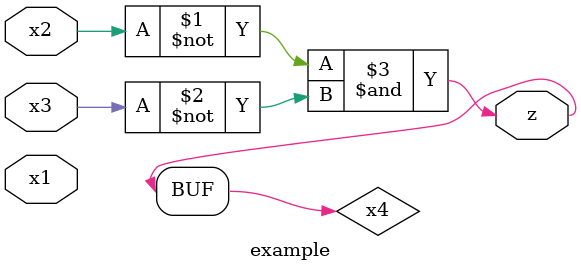
<source format=v>
module example (x1, x2, x3, z);
    input x1, x2, x3;
    output z;
    wire x4;
    assign x4 = ~x2 & ~x3;
    assign z =  x4;
    
endmodule


</source>
